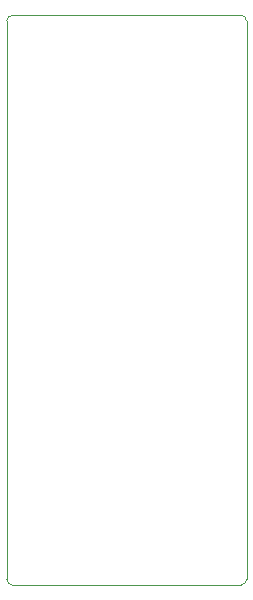
<source format=gm1>
G04 #@! TF.GenerationSoftware,KiCad,Pcbnew,6.0.9-8da3e8f707~116~ubuntu20.04.1*
G04 #@! TF.CreationDate,2023-03-03T20:37:28+01:00*
G04 #@! TF.ProjectId,led_drv_pmod,6c65645f-6472-4765-9f70-6d6f642e6b69,rev?*
G04 #@! TF.SameCoordinates,Original*
G04 #@! TF.FileFunction,Profile,NP*
%FSLAX46Y46*%
G04 Gerber Fmt 4.6, Leading zero omitted, Abs format (unit mm)*
G04 Created by KiCad (PCBNEW 6.0.9-8da3e8f707~116~ubuntu20.04.1) date 2023-03-03 20:37:28*
%MOMM*%
%LPD*%
G01*
G04 APERTURE LIST*
G04 #@! TA.AperFunction,Profile*
%ADD10C,0.100000*%
G04 #@! TD*
G04 APERTURE END LIST*
D10*
X97282000Y-90170000D02*
X77978000Y-90170000D01*
X77470000Y-42418000D02*
X77470000Y-89662000D01*
X77978000Y-41910000D02*
X97282000Y-41910000D01*
X97790000Y-89662000D02*
X97790000Y-42418000D01*
X97282000Y-90170000D02*
G75*
G03*
X97790000Y-89662000I0J508000D01*
G01*
X77470000Y-89662000D02*
G75*
G03*
X77978000Y-90170000I508000J0D01*
G01*
X77978000Y-41910000D02*
G75*
G03*
X77470000Y-42418000I0J-508000D01*
G01*
X97790000Y-42418000D02*
G75*
G03*
X97282000Y-41910000I-508000J0D01*
G01*
M02*

</source>
